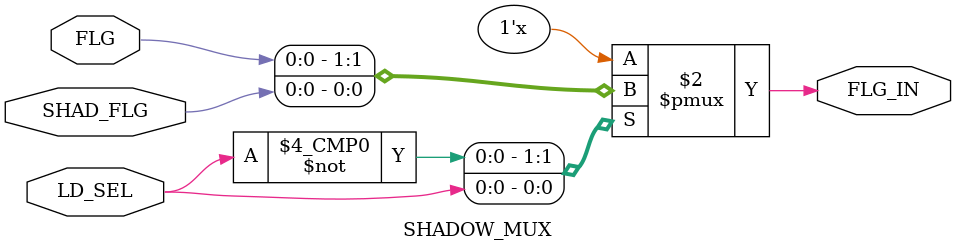
<source format=sv>
`timescale 1ns / 1ps

module SHADOW_MUX(
    input logic FLG,
    input logic LD_SEL,
    input logic SHAD_FLG,
    output logic FLG_IN
    );
    
always_comb begin
case(LD_SEL)
    1'b0: FLG_IN = FLG;
    1'b1: FLG_IN = SHAD_FLG;
endcase
end
endmodule

</source>
